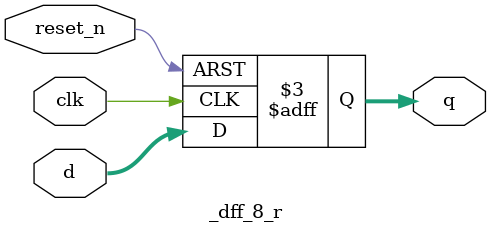
<source format=v>
module _dff_8_r(clk,reset_n,d,q);//Declare module of D Flip Flop

   input clk,reset_n;//inputs
   input [7:0] d;

   output reg [7:0] q;//output reg

always@(posedge clk or negedge reset_n) //practice function when change variable
begin
   if(reset_n==0)	q<=8'b0; //check reset signal

   else q<=d; //data out
end

endmodule


</source>
